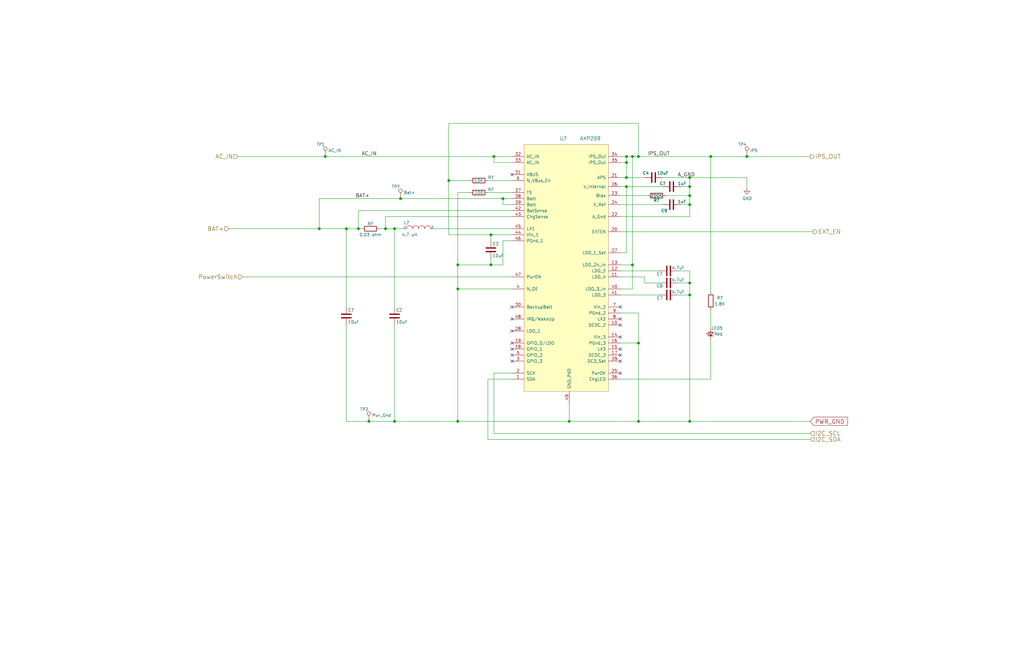
<source format=kicad_sch>
(kicad_sch (version 20211123) (generator eeschema)
  (paper "B")
  (title_block (title "ConnectBox CM4 for China Case") (date "2022-03-25") (rev "1.8.2") (comment 1 "JRA"))
  (lib_symbols
    (symbol "Connector:TestPoint" (pin_numbers hide) (pin_names (offset 0.762) hide)
      (property "Reference" "TP" (at 0 6.858 0))
      (property "Value" "TestPoint" (at 0 5.08 0))
      (symbol "TestPoint_0_1"
        (circle (center 0 3.302) (radius 0.762))
      )
      (symbol "TestPoint_1_1"
        (pin passive line (at 0 0 90) (length 2.54) (name "1") (number "1"))
      )
    )
    (symbol "Custom_1:AXP209" (pin_names (offset 1.016))
      (property "Reference" "U" (at -6.35 40.64 0))
      (property "Value" "AXP209" (at 5.08 40.64 0))
      (symbol "AXP209_0_1"
        (rectangle (start -22.86 38.1) (end 12.7 -66.04) (stroke (width 0.0254)) (fill (type background)))
      )
      (symbol "AXP209_1_1"
        (pin input line (at -27.94 -60.96 0) (length 5.08) (name "SDA") (number "1"))
        (pin input line (at 17.78 -38.1 180) (length 5.08) (name "DCDC_2") (number "10"))
        (pin input line (at 17.78 -17.78 180) (length 5.08) (name "LDO_4") (number "11"))
        (pin input line (at 17.78 -15.24 180) (length 5.08) (name "LDO_2") (number "12"))
        (pin input line (at 17.78 -12.7 180) (length 5.08) (name "LDO_24_In") (number "13"))
        (pin input line (at 17.78 -43.18 180) (length 5.08) (name "Vin_3") (number "14"))
        (pin input line (at 17.78 -48.26 180) (length 5.08) (name "LX3") (number "15"))
        (pin input line (at 17.78 -45.72 180) (length 5.08) (name "PGnd_3") (number "16"))
        (pin input line (at 17.78 -50.8 180) (length 5.08) (name "DCDC_3") (number "17"))
        (pin input line (at -27.94 -48.26 0) (length 5.08) (name "GPIO_1") (number "18"))
        (pin input line (at -27.94 -45.72 0) (length 5.08) (name "GPIO_0/LDO") (number "19"))
        (pin input line (at -27.94 -58.42 0) (length 5.08) (name "SCK") (number "2"))
        (pin output line (at 17.78 1.27 180) (length 5.08) (name "EXTEN") (number "20"))
        (pin input line (at 17.78 24.13 180) (length 5.08) (name "APS") (number "21"))
        (pin input line (at 17.78 7.62 180) (length 5.08) (name "A_Gnd") (number "22"))
        (pin input line (at 17.78 16.51 180) (length 5.08) (name "Bias") (number "23"))
        (pin input line (at 17.78 12.7 180) (length 5.08) (name "V_Ref") (number "24"))
        (pin input line (at 17.78 -58.42 180) (length 5.08) (name "PwrOK") (number "25"))
        (pin input line (at 17.78 20.32 180) (length 5.08) (name "V_Internal") (number "26"))
        (pin input line (at 17.78 -7.62 180) (length 5.08) (name "LDO_1_Set") (number "27"))
        (pin input line (at -27.94 -40.64 0) (length 5.08) (name "LDO_1") (number "28"))
        (pin input line (at 17.78 -53.34 180) (length 5.08) (name "DC3_Set") (number "29"))
        (pin input line (at -27.94 -53.34 0) (length 5.08) (name "GPIO_3") (number "3"))
        (pin input line (at -27.94 -30.48 0) (length 5.08) (name "BackupBatt") (number "30"))
        (pin input line (at -27.94 25.4 0) (length 5.08) (name "VBUS") (number "31"))
        (pin input line (at -27.94 33.02 0) (length 5.08) (name "AC_IN") (number "32"))
        (pin input line (at -27.94 30.48 0) (length 5.08) (name "AC_IN") (number "33"))
        (pin input line (at 17.78 33.02 180) (length 5.08) (name "IPS_Out") (number "34"))
        (pin input line (at 17.78 30.48 180) (length 5.08) (name "IPS_Out") (number "35"))
        (pin input line (at 17.78 -60.96 180) (length 5.08) (name "ChgLED") (number "36"))
        (pin input line (at -27.94 17.78 0) (length 5.08) (name "TS") (number "37"))
        (pin input line (at -27.94 15.24 0) (length 5.08) (name "Batt") (number "38"))
        (pin input line (at -27.94 12.7 0) (length 5.08) (name "Batt") (number "39"))
        (pin input line (at -27.94 -22.86 0) (length 5.08) (name "N_OE") (number "4"))
        (pin input line (at 17.78 -22.86 180) (length 5.08) (name "LDO_3_In") (number "40"))
        (pin input line (at 17.78 -25.4 180) (length 5.08) (name "LDO_3") (number "41"))
        (pin input line (at -27.94 10.16 0) (length 5.08) (name "BatSense") (number "42"))
        (pin input line (at -27.94 7.62 0) (length 5.08) (name "ChgSense") (number "43"))
        (pin input line (at -27.94 0 0) (length 5.08) (name "Vin_1") (number "44"))
        (pin input line (at -27.94 2.54 0) (length 5.08) (name "LX1") (number "45"))
        (pin input line (at -27.94 -2.54 0) (length 5.08) (name "PGnd_1") (number "46"))
        (pin input line (at -27.94 -17.78 0) (length 5.08) (name "PwrON") (number "47"))
        (pin input line (at -27.94 -35.56 0) (length 5.08) (name "IRQ/WakeUp") (number "48"))
        (pin input line (at -3.81 -71.12 90) (length 5.08) (name "GND_PAD") (number "49"))
        (pin input line (at -27.94 -50.8 0) (length 5.08) (name "GPIO_2") (number "5"))
        (pin input line (at -27.94 22.86 0) (length 5.08) (name "N_VBus_En") (number "6"))
        (pin input line (at 17.78 -30.48 180) (length 5.08) (name "Vin_2") (number "7"))
        (pin input line (at 17.78 -35.56 180) (length 5.08) (name "LX2") (number "8"))
        (pin input line (at 17.78 -33.02 180) (length 5.08) (name "PGnd_2") (number "9"))
      )
    )
    (symbol "Custom_1:INDUCTOR" (pin_numbers hide) (pin_names (offset 0))
      (property "Reference" "L" (at 0 2.54 0))
      (property "Value" "INDUCTOR" (at 0 -1.27 0))
      (symbol "INDUCTOR_0_1"
        (arc (start -2.54 0) (mid -3.81 1.27) (end -5.08 0))
        (arc (start 0 0) (mid -1.27 1.27) (end -2.54 0))
        (arc (start 2.54 0) (mid 1.27 1.27) (end 0 0))
        (arc (start 5.08 0) (mid 3.81 1.27) (end 2.54 0))
      )
      (symbol "INDUCTOR_1_1"
        (pin input line (at -6.35 0 0) (length 1.27) (name "1") (number "1"))
        (pin input line (at 6.35 0 180) (length 1.27) (name "2") (number "2"))
      )
    )
    (symbol "Device:C" (pin_numbers hide) (pin_names (offset 0.254))
      (property "Reference" "C" (at 0.635 2.54 0))
      (property "Value" "C" (at 0.635 -2.54 0))
      (symbol "C_0_1"
        (polyline (pts (xy -2.032 -0.762) (xy 2.032 -0.762)) (stroke (width 0.508)))
        (polyline (pts (xy -2.032 0.762) (xy 2.032 0.762)) (stroke (width 0.508)))
      )
      (symbol "C_1_1"
        (pin passive line (at 0 3.81 270) (length 2.794) (name "~") (number "1"))
        (pin passive line (at 0 -3.81 90) (length 2.794) (name "~") (number "2"))
      )
    )
    (symbol "Device:LED_Small" (pin_numbers hide) (pin_names (offset 0.254) hide)
      (property "Reference" "D" (at -1.27 3.175 0))
      (property "Value" "LED_Small" (at -4.445 -2.54 0))
      (symbol "LED_Small_0_1"
        (polyline (pts (xy -0.762 -1.016) (xy -0.762 1.016)) (stroke (width 0.254)))
        (polyline (pts (xy 1.016 0) (xy -0.762 0)))
        (polyline (pts (xy 0.762 -1.016) (xy -0.762 0) (xy 0.762 1.016) (xy 0.762 -1.016)) (stroke (width 0.254)))
        (polyline (pts (xy 0 0.762) (xy -0.508 1.27) (xy -0.254 1.27) (xy -0.508 1.27) (xy -0.508 1.016)))
        (polyline (pts (xy 0.508 1.27) (xy 0 1.778) (xy 0.254 1.778) (xy 0 1.778) (xy 0 1.524)))
      )
      (symbol "LED_Small_1_1"
        (pin passive line (at -2.54 0 0) (length 1.778) (name "K") (number "1"))
        (pin passive line (at 2.54 0 180) (length 1.778) (name "A") (number "2"))
      )
    )
    (symbol "Device:R" (pin_numbers hide) (pin_names (offset 0))
      (property "Reference" "R" (at 2.032 0 90))
      (property "Value" "R" (at 0 0 90))
      (symbol "R_0_1"
        (rectangle (start -1.016 -2.54) (end 1.016 2.54) (stroke (width 0.254)))
      )
      (symbol "R_1_1"
        (pin passive line (at 0 3.81 270) (length 1.27) (name "~") (number "1"))
        (pin passive line (at 0 -3.81 90) (length 1.27) (name "~") (number "2"))
      )
    )
    (symbol "power:GND" (power) (pin_names (offset 0))
      (property "Value" "GND" (at 0 -3.81 0))
      (symbol "GND_0_1"
        (polyline (pts (xy 0 0) (xy 0 -1.27) (xy 1.27 -1.27) (xy 0 -2.54) (xy -1.27 -1.27) (xy 0 -1.27)))
      )
      (symbol "GND_1_1"
        (pin power_in line (at 0 0 270) (length 0) hide (name "GND") (number "1"))
      )
    )
  )
  (junction (at 264.16 68.58) (diameter 1.016))
  (junction (at 290.83 78.74) (diameter 1.016))
  (junction (at 266.7 66.04) (diameter 1.016))
  (junction (at 166.37 177.8) (diameter 1.016))
  (junction (at 290.83 124.46) (diameter 1.016))
  (junction (at 162.56 96.52) (diameter 1.016))
  (junction (at 193.04 177.8) (diameter 1.016))
  (junction (at 264.16 78.74) (diameter 1.016))
  (junction (at 155.575 177.8) (diameter 1.016))
  (junction (at 134.62 96.52) (diameter 1.016))
  (junction (at 266.7 111.76) (diameter 1.016))
  (junction (at 290.83 119.38) (diameter 1.016))
  (junction (at 212.09 83.82) (diameter 1.016))
  (junction (at 269.24 66.04) (diameter 1.016))
  (junction (at 189.23 76.2) (diameter 1.016))
  (junction (at 290.83 177.8) (diameter 1.016))
  (junction (at 207.01 99.06) (diameter 1.016))
  (junction (at 264.16 66.04) (diameter 1.016))
  (junction (at 137.16 66.04) (diameter 1.016))
  (junction (at 290.83 74.93) (diameter 1.016))
  (junction (at 240.03 177.8) (diameter 1.016))
  (junction (at 290.83 82.55) (diameter 1.016))
  (junction (at 299.72 66.04) (diameter 1.016))
  (junction (at 166.37 96.52) (diameter 1.016))
  (junction (at 264.16 74.93) (diameter 1.016))
  (junction (at 207.01 111.76) (diameter 1.016))
  (junction (at 208.28 66.04) (diameter 1.016))
  (junction (at 269.24 177.8) (diameter 1.016))
  (junction (at 151.13 96.52) (diameter 1.016))
  (junction (at 269.24 144.78) (diameter 1.016))
  (junction (at 168.91 83.82) (diameter 1.016))
  (junction (at 193.04 121.92) (diameter 1.016))
  (junction (at 193.04 111.76) (diameter 1.016))
  (junction (at 290.83 86.36) (diameter 1.016))
  (junction (at 146.05 96.52) (diameter 1.016))
  (junction (at 314.96 66.04) (diameter 1.016))
  (no_connect (at 215.9 129.54))
  (no_connect (at 261.62 134.62))
  (no_connect (at 261.62 142.24))
  (no_connect (at 215.9 73.66))
  (no_connect (at 215.9 149.86))
  (no_connect (at 261.62 147.32))
  (no_connect (at 261.62 129.54))
  (no_connect (at 215.9 144.78))
  (no_connect (at 215.9 147.32))
  (no_connect (at 215.9 139.7))
  (no_connect (at 261.62 157.48))
  (no_connect (at 261.62 152.4))
  (no_connect (at 261.62 137.16))
  (no_connect (at 215.9 152.4))
  (no_connect (at 215.9 134.62))
  (no_connect (at 261.62 149.86))
  (wire (pts (xy 151.13 88.9) (xy 215.9 88.9)))
  (wire (pts (xy 134.62 83.82) (xy 168.91 83.82)))
  (wire (pts (xy 146.05 129.54) (xy 146.05 96.52)))
  (wire (pts (xy 212.09 111.76) (xy 207.01 111.76)))
  (wire (pts (xy 193.04 121.92) (xy 215.9 121.92)))
  (wire (pts (xy 208.28 66.04) (xy 215.9 66.04)))
  (wire (pts (xy 207.01 111.76) (xy 193.04 111.76)))
  (wire (pts (xy 261.62 116.84) (xy 271.78 116.84)))
  (wire (pts (xy 266.7 121.92) (xy 261.62 121.92)))
  (wire (pts (xy 215.9 101.6) (xy 212.09 101.6)))
  (wire (pts (xy 261.62 78.74) (xy 264.16 78.74)))
  (wire (pts (xy 299.72 130.81) (xy 299.72 138.43)))
  (wire (pts (xy 264.16 68.58) (xy 264.16 74.93)))
  (wire (pts (xy 271.78 116.84) (xy 271.78 119.38)))
  (wire (pts (xy 189.23 52.07) (xy 189.23 76.2)))
  (wire (pts (xy 215.9 68.58) (xy 208.28 68.58)))
  (wire (pts (xy 261.62 106.68) (xy 264.16 106.68)))
  (wire (pts (xy 198.12 81.28) (xy 193.04 81.28)))
  (wire (pts (xy 155.575 177.8) (xy 146.05 177.8)))
  (wire (pts (xy 166.37 177.8) (xy 155.575 177.8)))
  (wire (pts (xy 193.04 81.28) (xy 193.04 111.76)))
  (wire (pts (xy 290.83 74.93) (xy 314.96 74.93)))
  (wire (pts (xy 314.96 74.93) (xy 314.96 79.375)))
  (wire (pts (xy 279.4 86.36) (xy 261.62 86.36)))
  (wire (pts (xy 261.62 91.44) (xy 290.83 91.44)))
  (wire (pts (xy 290.83 119.38) (xy 290.83 124.46)))
  (wire (pts (xy 193.04 121.92) (xy 193.04 177.8)))
  (wire (pts (xy 279.4 74.93) (xy 290.83 74.93)))
  (wire (pts (xy 269.24 177.8) (xy 240.03 177.8)))
  (wire (pts (xy 285.75 114.3) (xy 290.83 114.3)))
  (wire (pts (xy 162.56 91.44) (xy 162.56 96.52)))
  (wire (pts (xy 269.24 177.8) (xy 290.83 177.8)))
  (wire (pts (xy 261.62 82.55) (xy 273.05 82.55)))
  (wire (pts (xy 299.72 66.04) (xy 299.72 123.19)))
  (wire (pts (xy 285.75 124.46) (xy 290.83 124.46)))
  (wire (pts (xy 96.52 96.52) (xy 134.62 96.52)))
  (wire (pts (xy 162.56 96.52) (xy 166.37 96.52)))
  (wire (pts (xy 264.16 74.93) (xy 271.78 74.93)))
  (wire (pts (xy 205.74 76.2) (xy 215.9 76.2)))
  (wire (pts (xy 208.28 157.48) (xy 208.28 182.88)))
  (wire (pts (xy 208.28 182.88) (xy 341.63 182.88)))
  (wire (pts (xy 215.9 157.48) (xy 208.28 157.48)))
  (wire (pts (xy 189.23 76.2) (xy 189.23 99.06)))
  (wire (pts (xy 151.13 96.52) (xy 151.13 88.9)))
  (wire (pts (xy 261.62 114.3) (xy 278.13 114.3)))
  (wire (pts (xy 290.83 86.36) (xy 287.02 86.36)))
  (wire (pts (xy 166.37 177.8) (xy 193.04 177.8)))
  (wire (pts (xy 290.83 78.74) (xy 290.83 82.55)))
  (wire (pts (xy 261.62 97.79) (xy 342.9 97.79)))
  (wire (pts (xy 207.01 111.76) (xy 207.01 109.22)))
  (wire (pts (xy 290.83 74.93) (xy 290.83 78.74)))
  (wire (pts (xy 269.24 52.07) (xy 269.24 66.04)))
  (wire (pts (xy 290.83 78.74) (xy 287.02 78.74)))
  (wire (pts (xy 266.7 111.76) (xy 266.7 121.92)))
  (wire (pts (xy 198.12 76.2) (xy 189.23 76.2)))
  (wire (pts (xy 207.01 99.06) (xy 215.9 99.06)))
  (wire (pts (xy 290.83 124.46) (xy 290.83 177.8)))
  (wire (pts (xy 205.74 81.28) (xy 215.9 81.28)))
  (wire (pts (xy 261.62 111.76) (xy 266.7 111.76)))
  (wire (pts (xy 290.83 114.3) (xy 290.83 119.38)))
  (wire (pts (xy 261.62 124.46) (xy 278.13 124.46)))
  (wire (pts (xy 137.16 66.04) (xy 208.28 66.04)))
  (wire (pts (xy 269.24 66.04) (xy 299.72 66.04)))
  (wire (pts (xy 168.91 83.82) (xy 212.09 83.82)))
  (wire (pts (xy 266.7 66.04) (xy 266.7 111.76)))
  (wire (pts (xy 151.13 96.52) (xy 152.4 96.52)))
  (wire (pts (xy 100.33 66.04) (xy 137.16 66.04)))
  (wire (pts (xy 189.23 52.07) (xy 269.24 52.07)))
  (wire (pts (xy 290.83 82.55) (xy 290.83 86.36)))
  (wire (pts (xy 264.16 106.68) (xy 264.16 78.74)))
  (wire (pts (xy 215.9 116.84) (xy 102.235 116.84)))
  (wire (pts (xy 166.37 96.52) (xy 166.37 129.54)))
  (wire (pts (xy 261.62 74.93) (xy 264.16 74.93)))
  (wire (pts (xy 166.37 96.52) (xy 170.18 96.52)))
  (wire (pts (xy 261.62 160.02) (xy 299.72 160.02)))
  (wire (pts (xy 193.04 177.8) (xy 240.03 177.8)))
  (wire (pts (xy 212.09 83.82) (xy 215.9 83.82)))
  (wire (pts (xy 290.83 82.55) (xy 280.67 82.55)))
  (wire (pts (xy 208.28 68.58) (xy 208.28 66.04)))
  (wire (pts (xy 134.62 96.52) (xy 146.05 96.52)))
  (wire (pts (xy 212.09 101.6) (xy 212.09 111.76)))
  (wire (pts (xy 299.72 143.51) (xy 299.72 160.02)))
  (wire (pts (xy 146.05 137.16) (xy 146.05 177.8)))
  (wire (pts (xy 215.9 91.44) (xy 162.56 91.44)))
  (wire (pts (xy 271.78 119.38) (xy 278.13 119.38)))
  (wire (pts (xy 269.24 132.08) (xy 269.24 144.78)))
  (wire (pts (xy 264.16 66.04) (xy 261.62 66.04)))
  (wire (pts (xy 160.02 96.52) (xy 162.56 96.52)))
  (wire (pts (xy 290.83 86.36) (xy 290.83 91.44)))
  (wire (pts (xy 264.16 66.04) (xy 264.16 68.58)))
  (wire (pts (xy 269.24 144.78) (xy 269.24 177.8)))
  (wire (pts (xy 290.83 177.8) (xy 341.63 177.8)))
  (wire (pts (xy 269.24 66.04) (xy 266.7 66.04)))
  (wire (pts (xy 193.04 111.76) (xy 193.04 121.92)))
  (wire (pts (xy 299.72 66.04) (xy 314.96 66.04)))
  (wire (pts (xy 314.96 66.04) (xy 341.63 66.04)))
  (wire (pts (xy 212.09 86.36) (xy 215.9 86.36)))
  (wire (pts (xy 207.01 101.6) (xy 207.01 99.06)))
  (wire (pts (xy 189.23 99.06) (xy 207.01 99.06)))
  (wire (pts (xy 285.75 119.38) (xy 290.83 119.38)))
  (wire (pts (xy 266.7 66.04) (xy 264.16 66.04)))
  (wire (pts (xy 240.03 177.8) (xy 240.03 170.18)))
  (wire (pts (xy 212.09 83.82) (xy 212.09 86.36)))
  (wire (pts (xy 134.62 83.82) (xy 134.62 96.52)))
  (wire (pts (xy 182.88 96.52) (xy 215.9 96.52)))
  (wire (pts (xy 261.62 68.58) (xy 264.16 68.58)))
  (wire (pts (xy 261.62 144.78) (xy 269.24 144.78)))
  (wire (pts (xy 205.74 160.02) (xy 215.9 160.02)))
  (wire (pts (xy 205.74 185.42) (xy 205.74 160.02)))
  (wire (pts (xy 341.63 185.42) (xy 205.74 185.42)))
  (wire (pts (xy 166.37 177.8) (xy 166.37 137.16)))
  (wire (pts (xy 264.16 78.74) (xy 279.4 78.74)))
  (wire (pts (xy 146.05 96.52) (xy 151.13 96.52)))
  (wire (pts (xy 261.62 132.08) (xy 269.24 132.08)))
  (label "A_GND" (at 285.75 74.93 0) (effects (font (size 1.524 1.524))))
  (label "BAT+" (at 149.86 83.82 0) (effects (font (size 1.524 1.524))))
  (label "IPS_OUT" (at 273.05 66.04 0) (effects (font (size 1.524 1.524))))
  (label "AC_IN" (at 152.4 66.04 0) (effects (font (size 1.524 1.524))))
  (global_label "PWR_GND" (shape input) (at 341.63 177.8 0) (effects (font (size 1.778 1.778))) (property "Intersheet References" "${INTERSHEET_REFS}" (effects hide)))
  (hierarchical_label "I2C_SCL" (shape input) (at 341.63 182.88 0) (effects (font (size 1.778 1.778))))
  (hierarchical_label "PowerSwitch" (shape input) (at 102.235 116.84 180) (effects (font (size 1.778 1.778))))
  (hierarchical_label "I2C_SDA" (shape input) (at 341.63 185.42 0) (effects (font (size 1.778 1.778))))
  (hierarchical_label "EXT_EN" (shape output) (at 342.9 97.79 0) (effects (font (size 1.778 1.778))))
  (hierarchical_label "IPS_OUT" (shape output) (at 341.63 66.04 0) (effects (font (size 1.778 1.778))))
  (hierarchical_label "AC_IN" (shape input) (at 100.33 66.04 180) (effects (font (size 1.778 1.778))))
  (hierarchical_label "BAT+" (shape input) (at 96.52 96.52 180) (effects (font (size 1.778 1.778))))
  (symbol (lib_id "Device:C") (at 146.05 133.35 0) (unit 1)
    (property "Reference" "C?" (at 146.685 130.81 0) (effects (justify left)))
    (property "Value" "10uF" (at 146.685 135.89 0) (effects (justify left)))
    (property "Footprint" "Capacitor_SMD:C_0603_1608Metric" (effects hide))
    (property "Manufacturer" "Samsung Electro-Mechanics" (effects hide))
    (property "Manufacturer P/N" "C0603C106M9PACTU" (effects hide))
    (property "Description" "CAP CER 10UF 6.3V X5R 0603" (effects hide))
    (property "DigiKey P/N" "399-C0603C106M9PAC7867CT-ND" (effects hide))
    (property "Type" "SMD" (effects hide))
  )
  (symbol (lib_id "Device:R") (at 156.21 96.52 90) (unit 1)
    (property "Reference" "R?" (at 156.21 94.488 90))
    (property "Value" "0.03 ohm" (at 156.21 99.06 90))
    (property "Footprint" "Resistor_SMD:R_0603_1608Metric" (effects hide))
    (property "Manufacturer" "Panasonic Electronic Components" (effects hide))
    (property "Manufacturer P/N" "ERJ-3BWFR030V" (effects hide))
    (property "Description" "RES 0.03 OHM 1% 1/3W 0603" (effects hide))
    (property "DigiKey P/N" "P17466CT-ND" (effects hide))
    (property "Type" "SMD" (effects hide))
  )
  (symbol (lib_id "Device:R") (at 201.93 81.28 270) (unit 1)
    (property "Reference" "R?" (at 207.01 80.01 90))
    (property "Value" "100" (at 201.93 81.28 90))
    (property "Footprint" "Resistor_SMD:R_0603_1608Metric" (effects hide))
    (property "Manufacturer" "Yageo" (effects hide))
    (property "Manufacturer P/N" "RC06-3FR-07100RL" (effects hide))
    (property "Description" "RES SMD 100 OHM 1% 1/8W 0603" (effects hide))
    (property "DigiKey P/N" "311-100HRCT-ND" (effects hide))
    (property "Type" "SMD" (effects hide))
  )
  (symbol (lib_id "Device:R") (at 201.93 76.2 270) (unit 1)
    (property "Reference" "R?" (at 207.01 74.93 90))
    (property "Value" "10K" (at 201.93 76.2 90))
    (property "Footprint" "Resistor_SMD:R_0603_1608Metric" (effects hide))
    (property "Manufacturer" "Yageo" (effects hide))
    (property "Manufacturer P/N" "RC0603FR-0710KL" (effects hide))
    (property "Description" "RES SMD 10K OHM 1% 1/8W 0603" (effects hide))
    (property "DigiKey P/N" "311-10.0KHRCT-ND" (effects hide))
    (property "Type" "SMD" (effects hide))
  )
  (symbol (lib_id "Device:R") (at 276.86 82.55 270) (unit 1)
    (property "Reference" "R?" (at 276.86 84.582 90))
    (property "Value" "200K" (at 276.86 82.55 90))
    (property "Footprint" "Resistor_SMD:R_0603_1608Metric" (effects hide))
    (property "Manufacturer" "Yageo" (effects hide))
    (property "Manufacturer P/N" "RC0603FR-07200KL" (effects hide))
    (property "Description" "RES SMD 200K OHM 1% 1/8W 0603" (effects hide))
    (property "DigiKey P/N" "311-200KHRCT-ND" (effects hide))
    (property "Type" "SMD" (effects hide))
  )
  (symbol (lib_id "Device:C") (at 283.21 78.74 270) (unit 1)
    (property "Reference" "C?" (at 278.13 77.47 90) (effects (justify left)))
    (property "Value" "1uF" (at 285.75 77.47 90) (effects (justify left)))
    (property "Footprint" "Capacitor_SMD:C_0603_1608Metric" (effects hide))
    (property "Manufacturer" "Samsung" (effects hide))
    (property "Manufacturer P/N" "CL10A105KQ8NNNC‎" (effects hide))
    (property "Description" "CAP CER 1UF 6.3V X5R 0603" (effects hide))
    (property "DigiKey P/N" "1276-1036-1-ND" (effects hide))
    (property "Type" "SMD" (effects hide))
  )
  (symbol (lib_id "Custom_1:AXP209") (at 243.84 99.06 0) (unit 1)
    (property "Reference" "U?" (at 237.49 58.42 0) (effects (font (size 1.524 1.524))))
    (property "Value" "AXP209" (at 248.92 58.42 0) (effects (font (size 1.524 1.524))))
    (property "Footprint" "CustomComponents:UQFN-48-1EP_6x6mm_Pitch0.4mm_75" (effects hide))
    (property "Manufacturer" "X-Powers" (effects hide))
    (property "Manufacturer P/N" "AXP209" (effects hide))
    (property "Description" "Enhanced single Cell Li-Battery and Power System Management IC" (effects hide))
    (property "DigiKey P/N" "[none - from AliExpress]" (effects hide))
    (property "Type" "SMD" (effects hide))
  )
  (symbol (lib_id "Device:C") (at 281.94 114.3 270) (unit 1)
    (property "Reference" "C?" (at 276.86 115.57 90) (effects (justify left)))
    (property "Value" "4.7uF" (at 283.21 113.03 90) (effects (justify left)))
    (property "Footprint" "Capacitor_SMD:C_0603_1608Metric" (effects hide))
    (property "Manufacturer" "KEMET" (effects hide))
    (property "Manufacturer P/N" "C0603C475K9PACTU" (effects hide))
    (property "Description" "CAP CER 4.7UF 6.3V X5R 0603" (effects hide))
    (property "DigiKey P/N" "399-3482-1-ND" (effects hide))
    (property "Type" "SMD" (effects hide))
  )
  (symbol (lib_id "Custom_1:INDUCTOR") (at 176.53 96.52 0) (unit 1)
    (property "Reference" "L?" (at 171.45 93.98 0))
    (property "Value" "4.7 uH" (at 172.72 99.06 0))
    (property "Footprint" "CustomComponents:INDUCTOR_SMD_6x6-1" (effects hide))
    (property "Manufacturer" "Taiyo Yuden" (effects hide))
    (property "Manufacturer P/N" "NR6028T4R7M" (effects hide))
    (property "Description" "FIXED IND 4.7UH 3A 40.3 MOHM SMD" (effects hide))
    (property "DigiKey P/N" "587-2100-1-ND" (effects hide))
    (property "Type" "SMD" (effects hide))
  )
  (symbol (lib_id "Connector:TestPoint") (at 168.91 83.82 0) (unit 1)
    (property "Reference" "TP?" (at 165.1 78.74 0) (effects (justify left)))
    (property "Value" "Bat+" (at 170.18 81.28 0) (effects (justify left)))
    (property "Footprint" "TestPoint:TestPoint_THTPad_D1.5mm_Drill0.7mm" (effects hide))
  )
  (symbol (lib_id "Device:R") (at 299.72 127 0) (unit 1)
    (property "Reference" "R?" (at 303.53 125.73 0))
    (property "Value" "1.8K" (at 303.53 128.27 0))
    (property "Footprint" "Resistor_SMD:R_0603_1608Metric" (effects hide))
    (property "Manufacturer" "Yageo" (effects hide))
    (property "Manufacturer P/N" "RC0603FR-071K8L" (effects hide))
    (property "Description" "RES SMD 1.8K OHM 1% 1/8W 0603" (effects hide))
    (property "DigiKey P/N" "311-1.80KHRCT-ND" (effects hide))
    (property "Type" "SMD" (effects hide))
  )
  (symbol (lib_id "Connector:TestPoint") (at 137.16 66.04 0) (unit 1)
    (property "Reference" "TP1" (at 133.35 60.96 0) (effects (justify left)))
    (property "Value" "AC_IN" (at 138.43 63.5 0) (effects (justify left)))
    (property "Footprint" "TestPoint:TestPoint_THTPad_D1.5mm_Drill0.7mm" (effects hide))
  )
  (symbol (lib_id "Device:C") (at 207.01 105.41 0) (unit 1)
    (property "Reference" "C3" (at 207.645 102.87 0) (effects (justify left)))
    (property "Value" "10uF" (at 207.645 107.95 0) (effects (justify left)))
    (property "Footprint" "Capacitor_SMD:C_0603_1608Metric" (effects hide))
    (property "Manufacturer" "Samsung Electro-Mechanics" (effects hide))
    (property "Manufacturer P/N" "C0603C106M9PACTU" (effects hide))
    (property "Description" "CAP CER 10UF 6.3V X5R 0603" (effects hide))
    (property "DigiKey P/N" "399-C0603C106M9PAC7867CT-ND" (effects hide))
    (property "Type" "SMD" (effects hide))
  )
  (symbol (lib_id "Device:C") (at 281.94 119.38 270) (unit 1)
    (property "Reference" "C6" (at 276.86 120.65 90) (effects (justify left)))
    (property "Value" "4.7uF" (at 283.21 118.11 90) (effects (justify left)))
    (property "Footprint" "Capacitor_SMD:C_0603_1608Metric" (effects hide))
    (property "Manufacturer" "KEMET" (effects hide))
    (property "Manufacturer P/N" "C0603C475K9PACTU" (effects hide))
    (property "Description" "CAP CER 4.7UF 6.3V X5R 0603" (effects hide))
    (property "DigiKey P/N" "399-3482-1-ND" (effects hide))
    (property "Type" "SMD" (effects hide))
  )
  (symbol (lib_id "Device:LED_Small") (at 299.72 140.97 90) (unit 1)
    (property "Reference" "LED5" (at 304.8 138.43 90) (effects (justify left)))
    (property "Value" "Red" (at 304.8 140.97 90) (effects (justify left)))
    (property "Footprint" "LED_SMD:LED_0603_1608Metric" (effects hide))
    (property "Manufacturer" "Lite-On Inc." (effects hide))
    (property "Manufacturer P/N" "LTST-C191KRKT" (effects hide))
    (property "Description" "LED RED CLEAR 0603 SMD" (effects hide))
    (property "DigiKey P/N" "160-1447-1-ND" (effects hide))
    (property "Type" "SMD" (effects hide))
  )
  (symbol (lib_id "power:GND") (at 314.96 79.375 0) (unit 1)
    (property "Reference" "#PWR01" (effects hide))
    (property "Value" "GND" (at 315.087 83.7692 0))
  )
  (symbol (lib_id "Device:C") (at 283.21 86.36 270) (unit 1)
    (property "Reference" "C9" (at 278.765 88.9 90) (effects (justify left)))
    (property "Value" "1uF" (at 285.75 85.09 90) (effects (justify left)))
    (property "Footprint" "Capacitor_SMD:C_0603_1608Metric" (effects hide))
    (property "Manufacturer" "Samsung" (effects hide))
    (property "Manufacturer P/N" "CL10A105KQ8NNNC‎" (effects hide))
    (property "Description" "CAP CER 1UF 6.3V X5R 0603" (effects hide))
    (property "DigiKey P/N" "1276-1036-1-ND" (effects hide))
    (property "Type" "SMD" (effects hide))
  )
  (symbol (lib_id "Connector:TestPoint") (at 314.96 66.04 0) (unit 1)
    (property "Reference" "TP4" (at 311.15 60.96 0) (effects (justify left)))
    (property "Value" "IPS" (at 316.23 63.5 0) (effects (justify left)))
    (property "Footprint" "TestPoint:TestPoint_THTPad_D1.5mm_Drill0.7mm" (effects hide))
  )
  (symbol (lib_id "Device:C") (at 275.59 74.93 90) (unit 1)
    (property "Reference" "C4" (at 273.685 73.025 90) (effects (justify left)))
    (property "Value" "10uF" (at 281.94 73.025 90) (effects (justify left)))
    (property "Footprint" "Capacitor_SMD:C_0603_1608Metric" (effects hide))
    (property "Manufacturer" "Samsung Electro-Mechanics" (effects hide))
    (property "Manufacturer P/N" "C0603C106M9PACTU" (effects hide))
    (property "Description" "CAP CER 10UF 6.3V X5R 0603" (effects hide))
    (property "DigiKey P/N" "399-C0603C106M9PAC7867CT-ND" (effects hide))
    (property "Type" "SMD" (effects hide))
  )
  (symbol (lib_id "Device:C") (at 166.37 133.35 0) (unit 1)
    (property "Reference" "C2" (at 167.005 130.81 0) (effects (justify left)))
    (property "Value" "10uF" (at 167.005 135.89 0) (effects (justify left)))
    (property "Footprint" "Capacitor_SMD:C_0603_1608Metric" (effects hide))
    (property "Manufacturer" "Samsung Electro-Mechanics" (effects hide))
    (property "Manufacturer P/N" "C0603C106M9PACTU" (effects hide))
    (property "Description" "CAP CER 10UF 6.3V X5R 0603" (effects hide))
    (property "DigiKey P/N" "399-C0603C106M9PAC7867CT-ND" (effects hide))
    (property "Type" "SMD" (effects hide))
  )
  (symbol (lib_id "Device:C") (at 281.94 124.46 270) (unit 1)
    (property "Reference" "C7" (at 276.86 125.73 90) (effects (justify left)))
    (property "Value" "4.7uF" (at 283.21 123.19 90) (effects (justify left)))
    (property "Footprint" "Capacitor_SMD:C_0603_1608Metric" (effects hide))
    (property "Manufacturer" "KEMET" (effects hide))
    (property "Manufacturer P/N" "C0603C475K9PACTU" (effects hide))
    (property "Description" "CAP CER 4.7UF 6.3V X5R 0603" (effects hide))
    (property "DigiKey P/N" "399-3482-1-ND" (effects hide))
    (property "Type" "SMD" (effects hide))
  )
  (symbol (lib_id "Connector:TestPoint") (at 155.575 177.8 0) (unit 1)
    (property "Reference" "TP2" (at 151.765 172.72 0) (effects (justify left)))
    (property "Value" "Pwr_Gnd" (at 156.845 175.26 0) (effects (justify left)))
    (property "Footprint" "TestPoint:TestPoint_THTPad_D1.5mm_Drill0.7mm" (effects hide))
  )
)
</source>
